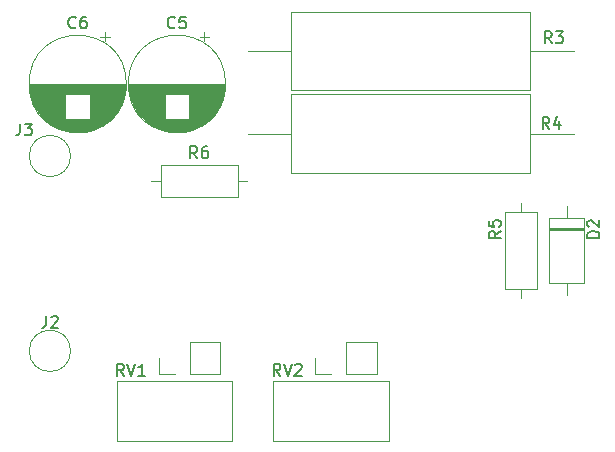
<source format=gbr>
%TF.GenerationSoftware,KiCad,Pcbnew,6.0.2+dfsg-1*%
%TF.CreationDate,2023-06-12T22:10:06+04:00*%
%TF.ProjectId,signal_generator,7369676e-616c-45f6-9765-6e657261746f,rev?*%
%TF.SameCoordinates,Original*%
%TF.FileFunction,Legend,Top*%
%TF.FilePolarity,Positive*%
%FSLAX46Y46*%
G04 Gerber Fmt 4.6, Leading zero omitted, Abs format (unit mm)*
G04 Created by KiCad (PCBNEW 6.0.2+dfsg-1) date 2023-06-12 22:10:06*
%MOMM*%
%LPD*%
G01*
G04 APERTURE LIST*
%ADD10C,0.150000*%
%ADD11C,0.120000*%
G04 APERTURE END LIST*
D10*
%TO.C,J2*%
X66116666Y-109454380D02*
X66116666Y-110168666D01*
X66069047Y-110311523D01*
X65973809Y-110406761D01*
X65830952Y-110454380D01*
X65735714Y-110454380D01*
X66545238Y-109549619D02*
X66592857Y-109502000D01*
X66688095Y-109454380D01*
X66926190Y-109454380D01*
X67021428Y-109502000D01*
X67069047Y-109549619D01*
X67116666Y-109644857D01*
X67116666Y-109740095D01*
X67069047Y-109882952D01*
X66497619Y-110454380D01*
X67116666Y-110454380D01*
%TO.C,RV1*%
X72704761Y-114502380D02*
X72371428Y-114026190D01*
X72133333Y-114502380D02*
X72133333Y-113502380D01*
X72514285Y-113502380D01*
X72609523Y-113550000D01*
X72657142Y-113597619D01*
X72704761Y-113692857D01*
X72704761Y-113835714D01*
X72657142Y-113930952D01*
X72609523Y-113978571D01*
X72514285Y-114026190D01*
X72133333Y-114026190D01*
X72990476Y-113502380D02*
X73323809Y-114502380D01*
X73657142Y-113502380D01*
X74514285Y-114502380D02*
X73942857Y-114502380D01*
X74228571Y-114502380D02*
X74228571Y-113502380D01*
X74133333Y-113645238D01*
X74038095Y-113740476D01*
X73942857Y-113788095D01*
%TO.C,R5*%
X104602380Y-102266666D02*
X104126190Y-102600000D01*
X104602380Y-102838095D02*
X103602380Y-102838095D01*
X103602380Y-102457142D01*
X103650000Y-102361904D01*
X103697619Y-102314285D01*
X103792857Y-102266666D01*
X103935714Y-102266666D01*
X104030952Y-102314285D01*
X104078571Y-102361904D01*
X104126190Y-102457142D01*
X104126190Y-102838095D01*
X103602380Y-101361904D02*
X103602380Y-101838095D01*
X104078571Y-101885714D01*
X104030952Y-101838095D01*
X103983333Y-101742857D01*
X103983333Y-101504761D01*
X104030952Y-101409523D01*
X104078571Y-101361904D01*
X104173809Y-101314285D01*
X104411904Y-101314285D01*
X104507142Y-101361904D01*
X104554761Y-101409523D01*
X104602380Y-101504761D01*
X104602380Y-101742857D01*
X104554761Y-101838095D01*
X104507142Y-101885714D01*
%TO.C,RV2*%
X85954761Y-114502380D02*
X85621428Y-114026190D01*
X85383333Y-114502380D02*
X85383333Y-113502380D01*
X85764285Y-113502380D01*
X85859523Y-113550000D01*
X85907142Y-113597619D01*
X85954761Y-113692857D01*
X85954761Y-113835714D01*
X85907142Y-113930952D01*
X85859523Y-113978571D01*
X85764285Y-114026190D01*
X85383333Y-114026190D01*
X86240476Y-113502380D02*
X86573809Y-114502380D01*
X86907142Y-113502380D01*
X87192857Y-113597619D02*
X87240476Y-113550000D01*
X87335714Y-113502380D01*
X87573809Y-113502380D01*
X87669047Y-113550000D01*
X87716666Y-113597619D01*
X87764285Y-113692857D01*
X87764285Y-113788095D01*
X87716666Y-113930952D01*
X87145238Y-114502380D01*
X87764285Y-114502380D01*
%TO.C,J3*%
X63916666Y-93152380D02*
X63916666Y-93866666D01*
X63869047Y-94009523D01*
X63773809Y-94104761D01*
X63630952Y-94152380D01*
X63535714Y-94152380D01*
X64297619Y-93152380D02*
X64916666Y-93152380D01*
X64583333Y-93533333D01*
X64726190Y-93533333D01*
X64821428Y-93580952D01*
X64869047Y-93628571D01*
X64916666Y-93723809D01*
X64916666Y-93961904D01*
X64869047Y-94057142D01*
X64821428Y-94104761D01*
X64726190Y-94152380D01*
X64440476Y-94152380D01*
X64345238Y-94104761D01*
X64297619Y-94057142D01*
%TO.C,R4*%
X108733333Y-93602380D02*
X108400000Y-93126190D01*
X108161904Y-93602380D02*
X108161904Y-92602380D01*
X108542857Y-92602380D01*
X108638095Y-92650000D01*
X108685714Y-92697619D01*
X108733333Y-92792857D01*
X108733333Y-92935714D01*
X108685714Y-93030952D01*
X108638095Y-93078571D01*
X108542857Y-93126190D01*
X108161904Y-93126190D01*
X109590476Y-92935714D02*
X109590476Y-93602380D01*
X109352380Y-92554761D02*
X109114285Y-93269047D01*
X109733333Y-93269047D01*
%TO.C,R3*%
X108933333Y-86352380D02*
X108600000Y-85876190D01*
X108361904Y-86352380D02*
X108361904Y-85352380D01*
X108742857Y-85352380D01*
X108838095Y-85400000D01*
X108885714Y-85447619D01*
X108933333Y-85542857D01*
X108933333Y-85685714D01*
X108885714Y-85780952D01*
X108838095Y-85828571D01*
X108742857Y-85876190D01*
X108361904Y-85876190D01*
X109266666Y-85352380D02*
X109885714Y-85352380D01*
X109552380Y-85733333D01*
X109695238Y-85733333D01*
X109790476Y-85780952D01*
X109838095Y-85828571D01*
X109885714Y-85923809D01*
X109885714Y-86161904D01*
X109838095Y-86257142D01*
X109790476Y-86304761D01*
X109695238Y-86352380D01*
X109409523Y-86352380D01*
X109314285Y-86304761D01*
X109266666Y-86257142D01*
%TO.C,C6*%
X68633333Y-85007142D02*
X68585714Y-85054761D01*
X68442857Y-85102380D01*
X68347619Y-85102380D01*
X68204761Y-85054761D01*
X68109523Y-84959523D01*
X68061904Y-84864285D01*
X68014285Y-84673809D01*
X68014285Y-84530952D01*
X68061904Y-84340476D01*
X68109523Y-84245238D01*
X68204761Y-84150000D01*
X68347619Y-84102380D01*
X68442857Y-84102380D01*
X68585714Y-84150000D01*
X68633333Y-84197619D01*
X69490476Y-84102380D02*
X69300000Y-84102380D01*
X69204761Y-84150000D01*
X69157142Y-84197619D01*
X69061904Y-84340476D01*
X69014285Y-84530952D01*
X69014285Y-84911904D01*
X69061904Y-85007142D01*
X69109523Y-85054761D01*
X69204761Y-85102380D01*
X69395238Y-85102380D01*
X69490476Y-85054761D01*
X69538095Y-85007142D01*
X69585714Y-84911904D01*
X69585714Y-84673809D01*
X69538095Y-84578571D01*
X69490476Y-84530952D01*
X69395238Y-84483333D01*
X69204761Y-84483333D01*
X69109523Y-84530952D01*
X69061904Y-84578571D01*
X69014285Y-84673809D01*
%TO.C,R6*%
X78913333Y-96082380D02*
X78580000Y-95606190D01*
X78341904Y-96082380D02*
X78341904Y-95082380D01*
X78722857Y-95082380D01*
X78818095Y-95130000D01*
X78865714Y-95177619D01*
X78913333Y-95272857D01*
X78913333Y-95415714D01*
X78865714Y-95510952D01*
X78818095Y-95558571D01*
X78722857Y-95606190D01*
X78341904Y-95606190D01*
X79770476Y-95082380D02*
X79580000Y-95082380D01*
X79484761Y-95130000D01*
X79437142Y-95177619D01*
X79341904Y-95320476D01*
X79294285Y-95510952D01*
X79294285Y-95891904D01*
X79341904Y-95987142D01*
X79389523Y-96034761D01*
X79484761Y-96082380D01*
X79675238Y-96082380D01*
X79770476Y-96034761D01*
X79818095Y-95987142D01*
X79865714Y-95891904D01*
X79865714Y-95653809D01*
X79818095Y-95558571D01*
X79770476Y-95510952D01*
X79675238Y-95463333D01*
X79484761Y-95463333D01*
X79389523Y-95510952D01*
X79341904Y-95558571D01*
X79294285Y-95653809D01*
%TO.C,D2*%
X112952380Y-102838095D02*
X111952380Y-102838095D01*
X111952380Y-102600000D01*
X112000000Y-102457142D01*
X112095238Y-102361904D01*
X112190476Y-102314285D01*
X112380952Y-102266666D01*
X112523809Y-102266666D01*
X112714285Y-102314285D01*
X112809523Y-102361904D01*
X112904761Y-102457142D01*
X112952380Y-102600000D01*
X112952380Y-102838095D01*
X112047619Y-101885714D02*
X112000000Y-101838095D01*
X111952380Y-101742857D01*
X111952380Y-101504761D01*
X112000000Y-101409523D01*
X112047619Y-101361904D01*
X112142857Y-101314285D01*
X112238095Y-101314285D01*
X112380952Y-101361904D01*
X112952380Y-101933333D01*
X112952380Y-101314285D01*
%TO.C,C5*%
X77033333Y-85007142D02*
X76985714Y-85054761D01*
X76842857Y-85102380D01*
X76747619Y-85102380D01*
X76604761Y-85054761D01*
X76509523Y-84959523D01*
X76461904Y-84864285D01*
X76414285Y-84673809D01*
X76414285Y-84530952D01*
X76461904Y-84340476D01*
X76509523Y-84245238D01*
X76604761Y-84150000D01*
X76747619Y-84102380D01*
X76842857Y-84102380D01*
X76985714Y-84150000D01*
X77033333Y-84197619D01*
X77938095Y-84102380D02*
X77461904Y-84102380D01*
X77414285Y-84578571D01*
X77461904Y-84530952D01*
X77557142Y-84483333D01*
X77795238Y-84483333D01*
X77890476Y-84530952D01*
X77938095Y-84578571D01*
X77985714Y-84673809D01*
X77985714Y-84911904D01*
X77938095Y-85007142D01*
X77890476Y-85054761D01*
X77795238Y-85102380D01*
X77557142Y-85102380D01*
X77461904Y-85054761D01*
X77414285Y-85007142D01*
D11*
%TO.C,J2*%
X68200000Y-112400000D02*
G75*
G03*
X68200000Y-112400000I-1750000J0D01*
G01*
%TO.C,RV1*%
X72125000Y-114920000D02*
X72125000Y-119990000D01*
X72125000Y-119990000D02*
X81895000Y-119990000D01*
X72125000Y-114920000D02*
X81895000Y-114920000D01*
X81895000Y-114920000D02*
X81895000Y-119990000D01*
%TO.C,R5*%
X107720000Y-100630000D02*
X104980000Y-100630000D01*
X104980000Y-100630000D02*
X104980000Y-107170000D01*
X107720000Y-107170000D02*
X107720000Y-100630000D01*
X106350000Y-107940000D02*
X106350000Y-107170000D01*
X104980000Y-107170000D02*
X107720000Y-107170000D01*
X106350000Y-99860000D02*
X106350000Y-100630000D01*
%TO.C,RV2*%
X85375000Y-114920000D02*
X95145000Y-114920000D01*
X85375000Y-114920000D02*
X85375000Y-119990000D01*
X85375000Y-119990000D02*
X95145000Y-119990000D01*
X95145000Y-114920000D02*
X95145000Y-119990000D01*
%TO.C,J3*%
X68200000Y-95900000D02*
G75*
G03*
X68200000Y-95900000I-1750000J0D01*
G01*
%TO.C,R4*%
X83205000Y-94000000D02*
X86885000Y-94000000D01*
X110805000Y-94000000D02*
X107125000Y-94000000D01*
X86885000Y-90680000D02*
X86885000Y-97320000D01*
X107125000Y-97320000D02*
X107125000Y-90680000D01*
X86885000Y-97320000D02*
X107125000Y-97320000D01*
X107125000Y-90680000D02*
X86885000Y-90680000D01*
%TO.C,R3*%
X107125000Y-83680000D02*
X86885000Y-83680000D01*
X110805000Y-87000000D02*
X107125000Y-87000000D01*
X83205000Y-87000000D02*
X86885000Y-87000000D01*
X86885000Y-83680000D02*
X86885000Y-90320000D01*
X86885000Y-90320000D02*
X107125000Y-90320000D01*
X107125000Y-90320000D02*
X107125000Y-83680000D01*
%TO.C,C6*%
X67760000Y-92521000D02*
X65745000Y-92521000D01*
X72736000Y-90881000D02*
X69840000Y-90881000D01*
X72138000Y-92161000D02*
X69840000Y-92161000D01*
X71087000Y-93201000D02*
X66513000Y-93201000D01*
X72590000Y-91321000D02*
X69840000Y-91321000D01*
X72830000Y-90440000D02*
X64770000Y-90440000D01*
X72861000Y-90200000D02*
X64739000Y-90200000D01*
X72794000Y-90641000D02*
X64806000Y-90641000D01*
X72817000Y-90521000D02*
X64783000Y-90521000D01*
X72874000Y-90040000D02*
X64726000Y-90040000D01*
X67760000Y-91121000D02*
X64937000Y-91121000D01*
X72050000Y-92281000D02*
X69840000Y-92281000D01*
X69748000Y-93801000D02*
X67852000Y-93801000D01*
X67760000Y-92081000D02*
X65408000Y-92081000D01*
X72574000Y-91361000D02*
X69840000Y-91361000D01*
X72880000Y-89800000D02*
X64720000Y-89800000D01*
X71497000Y-92881000D02*
X66103000Y-92881000D01*
X72080000Y-92241000D02*
X69840000Y-92241000D01*
X71115000Y-85390302D02*
X71115000Y-86190302D01*
X67760000Y-91601000D02*
X65134000Y-91601000D01*
X72879000Y-89920000D02*
X64721000Y-89920000D01*
X67760000Y-92681000D02*
X65893000Y-92681000D01*
X71819000Y-92561000D02*
X69840000Y-92561000D01*
X70352000Y-93601000D02*
X67248000Y-93601000D01*
X71028000Y-93241000D02*
X66572000Y-93241000D01*
X72317000Y-91881000D02*
X69840000Y-91881000D01*
X67760000Y-92601000D02*
X65817000Y-92601000D01*
X72406000Y-91721000D02*
X69840000Y-91721000D01*
X71200000Y-93121000D02*
X66400000Y-93121000D01*
X72842000Y-90360000D02*
X64758000Y-90360000D01*
X72109000Y-92201000D02*
X69840000Y-92201000D01*
X67760000Y-91521000D02*
X65096000Y-91521000D01*
X72747000Y-90841000D02*
X69840000Y-90841000D01*
X67760000Y-90841000D02*
X64853000Y-90841000D01*
X67760000Y-92281000D02*
X65550000Y-92281000D01*
X67760000Y-92041000D02*
X65382000Y-92041000D01*
X72340000Y-91841000D02*
X69840000Y-91841000D01*
X71515000Y-85790302D02*
X70715000Y-85790302D01*
X67760000Y-91441000D02*
X65060000Y-91441000D01*
X70253000Y-93641000D02*
X67347000Y-93641000D01*
X67760000Y-91681000D02*
X65173000Y-91681000D01*
X72865000Y-90160000D02*
X64735000Y-90160000D01*
X67760000Y-91801000D02*
X65238000Y-91801000D01*
X67760000Y-91401000D02*
X65043000Y-91401000D01*
X72837000Y-90400000D02*
X64763000Y-90400000D01*
X70029000Y-93721000D02*
X67571000Y-93721000D01*
X70531000Y-93521000D02*
X67069000Y-93521000D01*
X71989000Y-92361000D02*
X69840000Y-92361000D01*
X71254000Y-93081000D02*
X66346000Y-93081000D01*
X67760000Y-92161000D02*
X65462000Y-92161000D01*
X67760000Y-91241000D02*
X64979000Y-91241000D01*
X70834000Y-93361000D02*
X66766000Y-93361000D01*
X72244000Y-92001000D02*
X69840000Y-92001000D01*
X71626000Y-92761000D02*
X65974000Y-92761000D01*
X72621000Y-91241000D02*
X69840000Y-91241000D01*
X72725000Y-90921000D02*
X69840000Y-90921000D01*
X67760000Y-92001000D02*
X65356000Y-92001000D01*
X72877000Y-89960000D02*
X64723000Y-89960000D01*
X67760000Y-91841000D02*
X65260000Y-91841000D01*
X67760000Y-91481000D02*
X65078000Y-91481000D01*
X70445000Y-93561000D02*
X67155000Y-93561000D01*
X72635000Y-91201000D02*
X69840000Y-91201000D01*
X71745000Y-92641000D02*
X69840000Y-92641000D01*
X70764000Y-93401000D02*
X66836000Y-93401000D01*
X67760000Y-90801000D02*
X64843000Y-90801000D01*
X72663000Y-91121000D02*
X69840000Y-91121000D01*
X72557000Y-91401000D02*
X69840000Y-91401000D01*
X72852000Y-90280000D02*
X64748000Y-90280000D01*
X67760000Y-92321000D02*
X65580000Y-92321000D01*
X67760000Y-92361000D02*
X65611000Y-92361000D01*
X69333000Y-93881000D02*
X68267000Y-93881000D01*
X67760000Y-91561000D02*
X65114000Y-91561000D01*
X67760000Y-91641000D02*
X65153000Y-91641000D01*
X67760000Y-92561000D02*
X65781000Y-92561000D01*
X72857000Y-90240000D02*
X64743000Y-90240000D01*
X71667000Y-92721000D02*
X69840000Y-92721000D01*
X72802000Y-90601000D02*
X64798000Y-90601000D01*
X71451000Y-92921000D02*
X66149000Y-92921000D01*
X70690000Y-93441000D02*
X66910000Y-93441000D01*
X67760000Y-91761000D02*
X65216000Y-91761000D01*
X72714000Y-90961000D02*
X69840000Y-90961000D01*
X72522000Y-91481000D02*
X69840000Y-91481000D01*
X72677000Y-91081000D02*
X69840000Y-91081000D01*
X67760000Y-91201000D02*
X64965000Y-91201000D01*
X72876000Y-90000000D02*
X64724000Y-90000000D01*
X70966000Y-93281000D02*
X66634000Y-93281000D01*
X69898000Y-93761000D02*
X67702000Y-93761000D01*
X72447000Y-91641000D02*
X69840000Y-91641000D01*
X72427000Y-91681000D02*
X69840000Y-91681000D01*
X72293000Y-91921000D02*
X69840000Y-91921000D01*
X67760000Y-91921000D02*
X65307000Y-91921000D01*
X72702000Y-91001000D02*
X69840000Y-91001000D01*
X67760000Y-90681000D02*
X64815000Y-90681000D01*
X67760000Y-90721000D02*
X64824000Y-90721000D01*
X67760000Y-90921000D02*
X64875000Y-90921000D01*
X72218000Y-92041000D02*
X69840000Y-92041000D01*
X67760000Y-91161000D02*
X64950000Y-91161000D01*
X72767000Y-90761000D02*
X69840000Y-90761000D01*
X72776000Y-90721000D02*
X69840000Y-90721000D01*
X67760000Y-91361000D02*
X65026000Y-91361000D01*
X67760000Y-91321000D02*
X65010000Y-91321000D01*
X67760000Y-92241000D02*
X65520000Y-92241000D01*
X67760000Y-92201000D02*
X65491000Y-92201000D01*
X67760000Y-90961000D02*
X64886000Y-90961000D01*
X67760000Y-91001000D02*
X64898000Y-91001000D01*
X67760000Y-90881000D02*
X64864000Y-90881000D01*
X67760000Y-91721000D02*
X65194000Y-91721000D01*
X71145000Y-93161000D02*
X66455000Y-93161000D01*
X69568000Y-93841000D02*
X68032000Y-93841000D01*
X72192000Y-92081000D02*
X69840000Y-92081000D01*
X72871000Y-90080000D02*
X64729000Y-90080000D01*
X67760000Y-91961000D02*
X65331000Y-91961000D01*
X67760000Y-92481000D02*
X65710000Y-92481000D01*
X71956000Y-92401000D02*
X69840000Y-92401000D01*
X70613000Y-93481000D02*
X66987000Y-93481000D01*
X71356000Y-93001000D02*
X66244000Y-93001000D01*
X71541000Y-92841000D02*
X66059000Y-92841000D01*
X72880000Y-89840000D02*
X64720000Y-89840000D01*
X72880000Y-89880000D02*
X64720000Y-89880000D01*
X72824000Y-90480000D02*
X64776000Y-90480000D01*
X67760000Y-92721000D02*
X65933000Y-92721000D01*
X67760000Y-90761000D02*
X64833000Y-90761000D01*
X72165000Y-92121000D02*
X69840000Y-92121000D01*
X72757000Y-90801000D02*
X69840000Y-90801000D01*
X71890000Y-92481000D02*
X69840000Y-92481000D01*
X72269000Y-91961000D02*
X69840000Y-91961000D01*
X67760000Y-91281000D02*
X64995000Y-91281000D01*
X71855000Y-92521000D02*
X69840000Y-92521000D01*
X67760000Y-92641000D02*
X65855000Y-92641000D01*
X72848000Y-90320000D02*
X64752000Y-90320000D01*
X67760000Y-91041000D02*
X64911000Y-91041000D01*
X67760000Y-92401000D02*
X65644000Y-92401000D01*
X72020000Y-92321000D02*
X69840000Y-92321000D01*
X72466000Y-91601000D02*
X69840000Y-91601000D01*
X71584000Y-92801000D02*
X66016000Y-92801000D01*
X71404000Y-92961000D02*
X66196000Y-92961000D01*
X72868000Y-90120000D02*
X64732000Y-90120000D01*
X67760000Y-91881000D02*
X65283000Y-91881000D01*
X72504000Y-91521000D02*
X69840000Y-91521000D01*
X71783000Y-92601000D02*
X69840000Y-92601000D01*
X71924000Y-92441000D02*
X69840000Y-92441000D01*
X72384000Y-91761000D02*
X69840000Y-91761000D01*
X72810000Y-90561000D02*
X64790000Y-90561000D01*
X72605000Y-91281000D02*
X69840000Y-91281000D01*
X72650000Y-91161000D02*
X69840000Y-91161000D01*
X70902000Y-93321000D02*
X66698000Y-93321000D01*
X71707000Y-92681000D02*
X69840000Y-92681000D01*
X67760000Y-92121000D02*
X65435000Y-92121000D01*
X70146000Y-93681000D02*
X67454000Y-93681000D01*
X71305000Y-93041000D02*
X66295000Y-93041000D01*
X72486000Y-91561000D02*
X69840000Y-91561000D01*
X72689000Y-91041000D02*
X69840000Y-91041000D01*
X72785000Y-90681000D02*
X69840000Y-90681000D01*
X72362000Y-91801000D02*
X69840000Y-91801000D01*
X72540000Y-91441000D02*
X69840000Y-91441000D01*
X67760000Y-91081000D02*
X64923000Y-91081000D01*
X67760000Y-92441000D02*
X65676000Y-92441000D01*
X72920000Y-89800000D02*
G75*
G03*
X72920000Y-89800000I-4120000J0D01*
G01*
%TO.C,R6*%
X83120000Y-98000000D02*
X82350000Y-98000000D01*
X75810000Y-99370000D02*
X82350000Y-99370000D01*
X75040000Y-98000000D02*
X75810000Y-98000000D01*
X82350000Y-96630000D02*
X75810000Y-96630000D01*
X75810000Y-96630000D02*
X75810000Y-99370000D01*
X82350000Y-99370000D02*
X82350000Y-96630000D01*
%TO.C,J7*%
X91520000Y-111670000D02*
X94120000Y-111670000D01*
X88920000Y-114330000D02*
X88920000Y-113000000D01*
X91520000Y-114330000D02*
X91520000Y-111670000D01*
X91520000Y-114330000D02*
X94120000Y-114330000D01*
X94120000Y-114330000D02*
X94120000Y-111670000D01*
X90250000Y-114330000D02*
X88920000Y-114330000D01*
%TO.C,D2*%
X108730000Y-106620000D02*
X111670000Y-106620000D01*
X111670000Y-102200000D02*
X108730000Y-102200000D01*
X108730000Y-101180000D02*
X108730000Y-106620000D01*
X111670000Y-106620000D02*
X111670000Y-101180000D01*
X110200000Y-107640000D02*
X110200000Y-106620000D01*
X111670000Y-102080000D02*
X108730000Y-102080000D01*
X111670000Y-101180000D02*
X108730000Y-101180000D01*
X110200000Y-100160000D02*
X110200000Y-101180000D01*
X111670000Y-101960000D02*
X108730000Y-101960000D01*
%TO.C,J6*%
X80870000Y-114330000D02*
X80870000Y-111670000D01*
X78270000Y-114330000D02*
X78270000Y-111670000D01*
X78270000Y-111670000D02*
X80870000Y-111670000D01*
X75670000Y-114330000D02*
X75670000Y-113000000D01*
X78270000Y-114330000D02*
X80870000Y-114330000D01*
X77000000Y-114330000D02*
X75670000Y-114330000D01*
%TO.C,C5*%
X81021000Y-91238349D02*
X78240000Y-91238349D01*
X76160000Y-90878349D02*
X73264000Y-90878349D01*
X80886000Y-91558349D02*
X78240000Y-91558349D01*
X79705000Y-93038349D02*
X74695000Y-93038349D01*
X76160000Y-92158349D02*
X73862000Y-92158349D01*
X81005000Y-91278349D02*
X78240000Y-91278349D01*
X76160000Y-91918349D02*
X73707000Y-91918349D01*
X78752000Y-93598349D02*
X75648000Y-93598349D01*
X81167000Y-90758349D02*
X78240000Y-90758349D01*
X76160000Y-90718349D02*
X73224000Y-90718349D01*
X78653000Y-93638349D02*
X75747000Y-93638349D01*
X76160000Y-91718349D02*
X73594000Y-91718349D01*
X79915000Y-85787651D02*
X79115000Y-85787651D01*
X80847000Y-91638349D02*
X78240000Y-91638349D01*
X81194000Y-90638349D02*
X73206000Y-90638349D01*
X81077000Y-91078349D02*
X78240000Y-91078349D01*
X81230000Y-90437349D02*
X73170000Y-90437349D01*
X79366000Y-93278349D02*
X75034000Y-93278349D01*
X76160000Y-91678349D02*
X73573000Y-91678349D01*
X76160000Y-91638349D02*
X73553000Y-91638349D01*
X78148000Y-93798349D02*
X76252000Y-93798349D01*
X80618000Y-92038349D02*
X78240000Y-92038349D01*
X76160000Y-91438349D02*
X73460000Y-91438349D01*
X81210000Y-90558349D02*
X73190000Y-90558349D01*
X80827000Y-91678349D02*
X78240000Y-91678349D01*
X79545000Y-93158349D02*
X74855000Y-93158349D01*
X80644000Y-91998349D02*
X78240000Y-91998349D01*
X76160000Y-91518349D02*
X73496000Y-91518349D01*
X81265000Y-90157349D02*
X73135000Y-90157349D01*
X80717000Y-91878349D02*
X78240000Y-91878349D01*
X81261000Y-90197349D02*
X73139000Y-90197349D01*
X81277000Y-89957349D02*
X73123000Y-89957349D01*
X81089000Y-91038349D02*
X78240000Y-91038349D01*
X81268000Y-90117349D02*
X73132000Y-90117349D01*
X81237000Y-90397349D02*
X73163000Y-90397349D01*
X80420000Y-92318349D02*
X78240000Y-92318349D01*
X79013000Y-93478349D02*
X75387000Y-93478349D01*
X80990000Y-91318349D02*
X78240000Y-91318349D01*
X81050000Y-91158349D02*
X78240000Y-91158349D01*
X80389000Y-92358349D02*
X78240000Y-92358349D01*
X79851000Y-92918349D02*
X74549000Y-92918349D01*
X76160000Y-90838349D02*
X73253000Y-90838349D01*
X76160000Y-92678349D02*
X74293000Y-92678349D01*
X76160000Y-91398349D02*
X73443000Y-91398349D01*
X76160000Y-91038349D02*
X73311000Y-91038349D01*
X76160000Y-92358349D02*
X74011000Y-92358349D01*
X76160000Y-90998349D02*
X73298000Y-90998349D01*
X81242000Y-90357349D02*
X73158000Y-90357349D01*
X81224000Y-90477349D02*
X73176000Y-90477349D01*
X80255000Y-92518349D02*
X78240000Y-92518349D01*
X76160000Y-91158349D02*
X73350000Y-91158349D01*
X80565000Y-92118349D02*
X78240000Y-92118349D01*
X80806000Y-91718349D02*
X78240000Y-91718349D01*
X80026000Y-92758349D02*
X74374000Y-92758349D01*
X81257000Y-90237349D02*
X73143000Y-90237349D01*
X81280000Y-89797349D02*
X73120000Y-89797349D01*
X79897000Y-92878349D02*
X74503000Y-92878349D01*
X80940000Y-91438349D02*
X78240000Y-91438349D01*
X76160000Y-91198349D02*
X73365000Y-91198349D01*
X76160000Y-92598349D02*
X74217000Y-92598349D01*
X80145000Y-92638349D02*
X78240000Y-92638349D01*
X76160000Y-92238349D02*
X73920000Y-92238349D01*
X76160000Y-92518349D02*
X74145000Y-92518349D01*
X81035000Y-91198349D02*
X78240000Y-91198349D01*
X76160000Y-91478349D02*
X73478000Y-91478349D01*
X80866000Y-91598349D02*
X78240000Y-91598349D01*
X76160000Y-92278349D02*
X73950000Y-92278349D01*
X79164000Y-93398349D02*
X75236000Y-93398349D01*
X79756000Y-92998349D02*
X74644000Y-92998349D01*
X80784000Y-91758349D02*
X78240000Y-91758349D01*
X76160000Y-91118349D02*
X73337000Y-91118349D01*
X79090000Y-93438349D02*
X75310000Y-93438349D01*
X81271000Y-90077349D02*
X73129000Y-90077349D01*
X80922000Y-91478349D02*
X78240000Y-91478349D01*
X80762000Y-91798349D02*
X78240000Y-91798349D01*
X81176000Y-90718349D02*
X78240000Y-90718349D01*
X81248000Y-90317349D02*
X73152000Y-90317349D01*
X81252000Y-90277349D02*
X73148000Y-90277349D01*
X80904000Y-91518349D02*
X78240000Y-91518349D01*
X80974000Y-91358349D02*
X78240000Y-91358349D01*
X80290000Y-92478349D02*
X78240000Y-92478349D01*
X76160000Y-92118349D02*
X73835000Y-92118349D01*
X76160000Y-90958349D02*
X73286000Y-90958349D01*
X76160000Y-91998349D02*
X73756000Y-91998349D01*
X76160000Y-91278349D02*
X73395000Y-91278349D01*
X81274000Y-90037349D02*
X73126000Y-90037349D01*
X76160000Y-90758349D02*
X73233000Y-90758349D01*
X76160000Y-91838349D02*
X73660000Y-91838349D01*
X76160000Y-91238349D02*
X73379000Y-91238349D01*
X76160000Y-92318349D02*
X73980000Y-92318349D01*
X80450000Y-92278349D02*
X78240000Y-92278349D01*
X81280000Y-89837349D02*
X73120000Y-89837349D01*
X76160000Y-91598349D02*
X73534000Y-91598349D01*
X76160000Y-92078349D02*
X73808000Y-92078349D01*
X76160000Y-92638349D02*
X74255000Y-92638349D01*
X76160000Y-91958349D02*
X73731000Y-91958349D01*
X81279000Y-89917349D02*
X73121000Y-89917349D01*
X76160000Y-91758349D02*
X73616000Y-91758349D01*
X80538000Y-92158349D02*
X78240000Y-92158349D01*
X78429000Y-93718349D02*
X75971000Y-93718349D01*
X76160000Y-90678349D02*
X73215000Y-90678349D01*
X79600000Y-93118349D02*
X74800000Y-93118349D01*
X76160000Y-91358349D02*
X73426000Y-91358349D01*
X76160000Y-90798349D02*
X73243000Y-90798349D01*
X80592000Y-92078349D02*
X78240000Y-92078349D01*
X76160000Y-91878349D02*
X73683000Y-91878349D01*
X80669000Y-91958349D02*
X78240000Y-91958349D01*
X81114000Y-90958349D02*
X78240000Y-90958349D01*
X76160000Y-91558349D02*
X73514000Y-91558349D01*
X81202000Y-90598349D02*
X73198000Y-90598349D01*
X78931000Y-93518349D02*
X75469000Y-93518349D01*
X76160000Y-92398349D02*
X74044000Y-92398349D01*
X80957000Y-91398349D02*
X78240000Y-91398349D01*
X80324000Y-92438349D02*
X78240000Y-92438349D01*
X80480000Y-92238349D02*
X78240000Y-92238349D01*
X80693000Y-91918349D02*
X78240000Y-91918349D01*
X76160000Y-92718349D02*
X74333000Y-92718349D01*
X77968000Y-93838349D02*
X76432000Y-93838349D01*
X76160000Y-91798349D02*
X73638000Y-91798349D01*
X81280000Y-89877349D02*
X73120000Y-89877349D01*
X79804000Y-92958349D02*
X74596000Y-92958349D01*
X76160000Y-92198349D02*
X73891000Y-92198349D01*
X80740000Y-91838349D02*
X78240000Y-91838349D01*
X80509000Y-92198349D02*
X78240000Y-92198349D01*
X79941000Y-92838349D02*
X74459000Y-92838349D01*
X80219000Y-92558349D02*
X78240000Y-92558349D01*
X79984000Y-92798349D02*
X74416000Y-92798349D01*
X79302000Y-93318349D02*
X75098000Y-93318349D01*
X78845000Y-93558349D02*
X75555000Y-93558349D01*
X76160000Y-91078349D02*
X73323000Y-91078349D01*
X81125000Y-90918349D02*
X78240000Y-90918349D01*
X77733000Y-93878349D02*
X76667000Y-93878349D01*
X78298000Y-93758349D02*
X76102000Y-93758349D01*
X81102000Y-90998349D02*
X78240000Y-90998349D01*
X81217000Y-90518349D02*
X73183000Y-90518349D01*
X81157000Y-90798349D02*
X78240000Y-90798349D01*
X79428000Y-93238349D02*
X74972000Y-93238349D01*
X79487000Y-93198349D02*
X74913000Y-93198349D01*
X80107000Y-92678349D02*
X78240000Y-92678349D01*
X76160000Y-92478349D02*
X74110000Y-92478349D01*
X81063000Y-91118349D02*
X78240000Y-91118349D01*
X81136000Y-90878349D02*
X78240000Y-90878349D01*
X80356000Y-92398349D02*
X78240000Y-92398349D01*
X79234000Y-93358349D02*
X75166000Y-93358349D01*
X76160000Y-92038349D02*
X73782000Y-92038349D01*
X80067000Y-92718349D02*
X78240000Y-92718349D01*
X79515000Y-85387651D02*
X79515000Y-86187651D01*
X76160000Y-91318349D02*
X73410000Y-91318349D01*
X80183000Y-92598349D02*
X78240000Y-92598349D01*
X76160000Y-92558349D02*
X74181000Y-92558349D01*
X81276000Y-89997349D02*
X73124000Y-89997349D01*
X78546000Y-93678349D02*
X75854000Y-93678349D01*
X81185000Y-90678349D02*
X78240000Y-90678349D01*
X81147000Y-90838349D02*
X78240000Y-90838349D01*
X79654000Y-93078349D02*
X74746000Y-93078349D01*
X76160000Y-92438349D02*
X74076000Y-92438349D01*
X76160000Y-90918349D02*
X73275000Y-90918349D01*
X81320000Y-89797349D02*
G75*
G03*
X81320000Y-89797349I-4120000J0D01*
G01*
%TD*%
M02*

</source>
